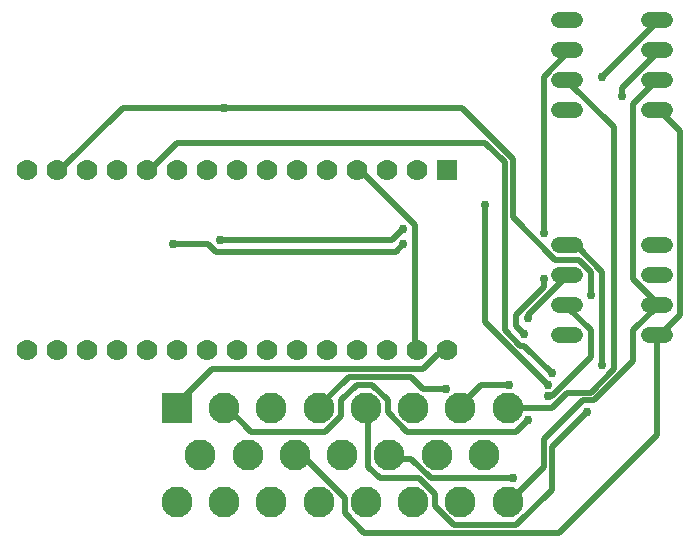
<source format=gbr>
G04 EAGLE Gerber X2 export*
%TF.Part,Single*%
%TF.FileFunction,Copper,L2,Bot,Mixed*%
%TF.FilePolarity,Positive*%
%TF.GenerationSoftware,Autodesk,EAGLE,9.1.3*%
%TF.CreationDate,2020-03-28T12:55:41Z*%
G75*
%MOMM*%
%FSLAX34Y34*%
%LPD*%
%AMOC8*
5,1,8,0,0,1.08239X$1,22.5*%
G01*
%ADD10C,1.320800*%
%ADD11R,2.625000X2.625000*%
%ADD12C,2.625000*%
%ADD13R,1.778000X1.778000*%
%ADD14C,1.778000*%
%ADD15C,0.508000*%
%ADD16C,0.756400*%


D10*
X488696Y266700D02*
X501904Y266700D01*
X501904Y241300D02*
X488696Y241300D01*
X564896Y190500D02*
X578104Y190500D01*
X578104Y215900D02*
X564896Y215900D01*
X501904Y215900D02*
X488696Y215900D01*
X488696Y190500D02*
X501904Y190500D01*
X564896Y241300D02*
X578104Y241300D01*
X578104Y266700D02*
X564896Y266700D01*
X501904Y457200D02*
X488696Y457200D01*
X488696Y431800D02*
X501904Y431800D01*
X564896Y381000D02*
X578104Y381000D01*
X578104Y406400D02*
X564896Y406400D01*
X501904Y406400D02*
X488696Y406400D01*
X488696Y381000D02*
X501904Y381000D01*
X564896Y431800D02*
X578104Y431800D01*
X578104Y457200D02*
X564896Y457200D01*
D11*
X164800Y128900D03*
D12*
X204800Y128900D03*
X244800Y128900D03*
X284800Y128900D03*
X324800Y128900D03*
X364800Y128900D03*
X404800Y128900D03*
X444800Y128900D03*
X184800Y88900D03*
X224800Y88900D03*
X264800Y88900D03*
X304800Y88900D03*
X344800Y88900D03*
X384800Y88900D03*
X424800Y88900D03*
X164800Y48900D03*
X204800Y48900D03*
X244800Y48900D03*
X284800Y48900D03*
X324800Y48900D03*
X364800Y48900D03*
X404800Y48900D03*
X444800Y48900D03*
D13*
X393700Y330200D03*
D14*
X368300Y330200D03*
X342900Y330200D03*
X317500Y330200D03*
X292100Y330200D03*
X266700Y330200D03*
X241300Y330200D03*
X215900Y330200D03*
X190500Y330200D03*
X165100Y330200D03*
X139700Y330200D03*
X114300Y330200D03*
X88900Y330200D03*
X63500Y330200D03*
X38100Y330200D03*
X393700Y177800D03*
X368300Y177800D03*
X342900Y177800D03*
X317500Y177800D03*
X292100Y177800D03*
X266700Y177800D03*
X241300Y177800D03*
X215900Y177800D03*
X190500Y177800D03*
X165100Y177800D03*
X139700Y177800D03*
X114300Y177800D03*
X88900Y177800D03*
X63500Y177800D03*
X38100Y177800D03*
D15*
X551434Y237744D02*
X571246Y217932D01*
X551434Y237744D02*
X551434Y386334D01*
X571500Y406400D01*
X571246Y217932D02*
X571500Y215900D01*
X475488Y79248D02*
X445770Y49530D01*
X475488Y79248D02*
X475488Y102362D01*
X508508Y135382D01*
X518414Y135382D01*
X551434Y168402D01*
X551434Y194818D01*
X571246Y214630D01*
X445770Y49530D02*
X444800Y48900D01*
X571246Y214630D02*
X571500Y215900D01*
X366522Y178308D02*
X366522Y283972D01*
X320294Y330200D01*
X366522Y178308D02*
X368300Y177800D01*
X320294Y330200D02*
X317500Y330200D01*
X495300Y264160D02*
X505206Y264160D01*
X525018Y244348D01*
X525018Y165100D01*
X511810Y125476D02*
X482092Y95758D01*
X482092Y59436D01*
X452374Y29718D01*
X399542Y29718D01*
X383032Y46228D01*
X383032Y56134D01*
X369824Y69342D01*
X336804Y69342D01*
X326898Y79248D01*
X326898Y128778D01*
X495300Y264160D02*
X495300Y266700D01*
X326898Y128778D02*
X324800Y128900D01*
D16*
X525018Y165100D03*
X511810Y125476D03*
D15*
X462280Y208026D02*
X495300Y241046D01*
X462280Y208026D02*
X462280Y204724D01*
X392938Y145288D02*
X373126Y145288D01*
X363220Y155194D01*
X310388Y155194D01*
X287274Y132080D01*
X495300Y241046D02*
X495300Y241300D01*
X287274Y132080D02*
X284800Y128900D01*
D16*
X462280Y204724D03*
X392938Y145288D03*
D15*
X495300Y214630D02*
X515112Y194818D01*
X515112Y171704D01*
X482092Y138684D01*
X478790Y138684D01*
X495300Y214630D02*
X495300Y215900D01*
D16*
X478790Y138684D03*
D15*
X462280Y118872D02*
X452374Y108966D01*
X359918Y108966D01*
X343408Y125476D01*
X343408Y135382D01*
X330200Y148590D01*
X316992Y148590D01*
X303784Y135382D01*
X303784Y122174D01*
X290576Y108966D01*
X227838Y108966D01*
X208026Y128778D01*
X204800Y128900D01*
D16*
X462280Y118872D03*
D15*
X574548Y191516D02*
X591058Y208026D01*
X591058Y363220D01*
X574548Y379730D01*
X574548Y191516D02*
X571500Y190500D01*
X574548Y379730D02*
X571500Y381000D01*
X274066Y85852D02*
X267462Y85852D01*
X274066Y85852D02*
X307086Y52832D01*
X307086Y39624D01*
X323596Y23114D01*
X488696Y23114D01*
X571246Y105664D01*
X571246Y188214D01*
X267462Y85852D02*
X264800Y88900D01*
X571246Y188214D02*
X571500Y190500D01*
X475488Y409448D02*
X495300Y429260D01*
X475488Y409448D02*
X475488Y277368D01*
X475488Y237744D02*
X475488Y231140D01*
X452374Y208026D01*
X452374Y198120D01*
X458978Y191516D01*
X445770Y148590D02*
X422656Y148590D01*
X406146Y132080D01*
X495300Y429260D02*
X495300Y431800D01*
X406146Y132080D02*
X404800Y128900D01*
D16*
X475488Y277368D03*
X475488Y237744D03*
X458978Y191516D03*
X445770Y148590D03*
D15*
X534924Y366522D02*
X495300Y406146D01*
X534924Y366522D02*
X534924Y161798D01*
X515112Y141986D01*
X495300Y141986D01*
X482092Y128778D01*
X445770Y128778D01*
X495300Y406146D02*
X495300Y406400D01*
X445770Y128778D02*
X444800Y128900D01*
X425958Y201422D02*
X425958Y300482D01*
X425958Y201422D02*
X478790Y148590D01*
D16*
X425958Y300482D03*
X478790Y148590D03*
D15*
X346710Y270764D02*
X201422Y270764D01*
X346710Y270764D02*
X356616Y280670D01*
X525018Y409448D02*
X571246Y455676D01*
X571500Y457200D01*
D16*
X201422Y270764D03*
X356616Y280670D03*
X525018Y409448D03*
D15*
X191516Y267462D02*
X161798Y267462D01*
X191516Y267462D02*
X198120Y260858D01*
X350012Y260858D01*
X356616Y267462D01*
X541528Y392938D02*
X541528Y399542D01*
X571246Y429260D01*
X571500Y431800D01*
D16*
X161798Y267462D03*
X356616Y267462D03*
X541528Y392938D03*
D15*
X204724Y383032D02*
X118872Y383032D01*
X66040Y330200D01*
X63500Y330200D01*
X515112Y244348D02*
X515112Y224536D01*
X515112Y244348D02*
X505206Y254254D01*
X485394Y254254D01*
X449072Y290576D01*
X449072Y340106D01*
X406146Y383032D01*
X204724Y383032D01*
D16*
X204724Y383032D03*
X515112Y224536D03*
D15*
X363220Y85852D02*
X346710Y85852D01*
X363220Y85852D02*
X379730Y69342D01*
X449072Y69342D01*
X482092Y158496D02*
X458978Y181610D01*
X455676Y181610D01*
X442468Y194818D01*
X442468Y336804D01*
X425958Y353314D01*
X165100Y353314D01*
X141986Y330200D01*
X344800Y88900D02*
X346710Y85852D01*
X141986Y330200D02*
X139700Y330200D01*
D16*
X449072Y69342D03*
X482092Y158496D03*
D15*
X392938Y175006D02*
X386334Y175006D01*
X373126Y161798D01*
X194818Y161798D01*
X165100Y132080D01*
X392938Y175006D02*
X393700Y177800D01*
X165100Y132080D02*
X164800Y128900D01*
M02*

</source>
